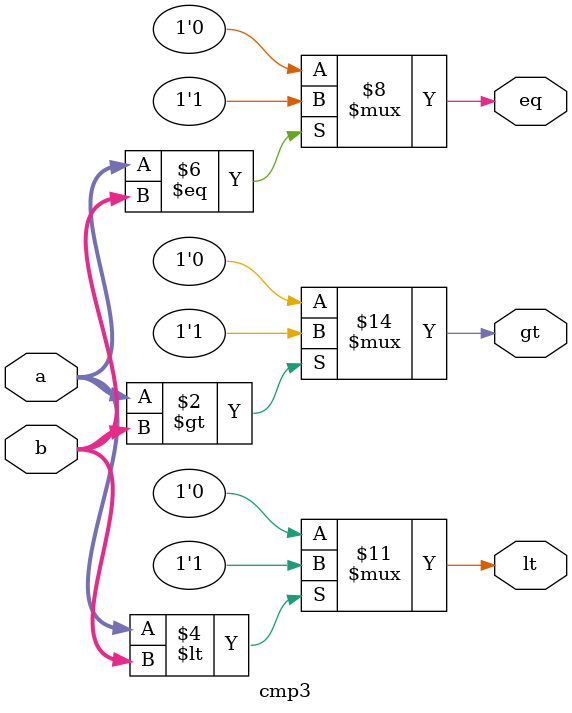
<source format=v>
`timescale 1ns/1ns

module cmp3(a, b, gt, lt, eq);
	input  [7:0] a, b;
	output       gt, lt, eq;
	reg          gt, lt, eq;
	
	always@(a or b) begin : grater_than
		if(a > b) begin
			gt <= 1'b1;
		end else begin
			gt <= 1'b0;
		end
	end

	always@(a or b) begin : less_than
		if(a < b) begin
			lt <= 1'b1;
		end else begin
			lt <= 1'b0;
		end
	end

	always@(a or b) begin : equal
		if(a == b) begin
			eq <= 1'b1;
		end else begin
			eq <= 1'b0;
		end
	end
	
endmodule

</source>
